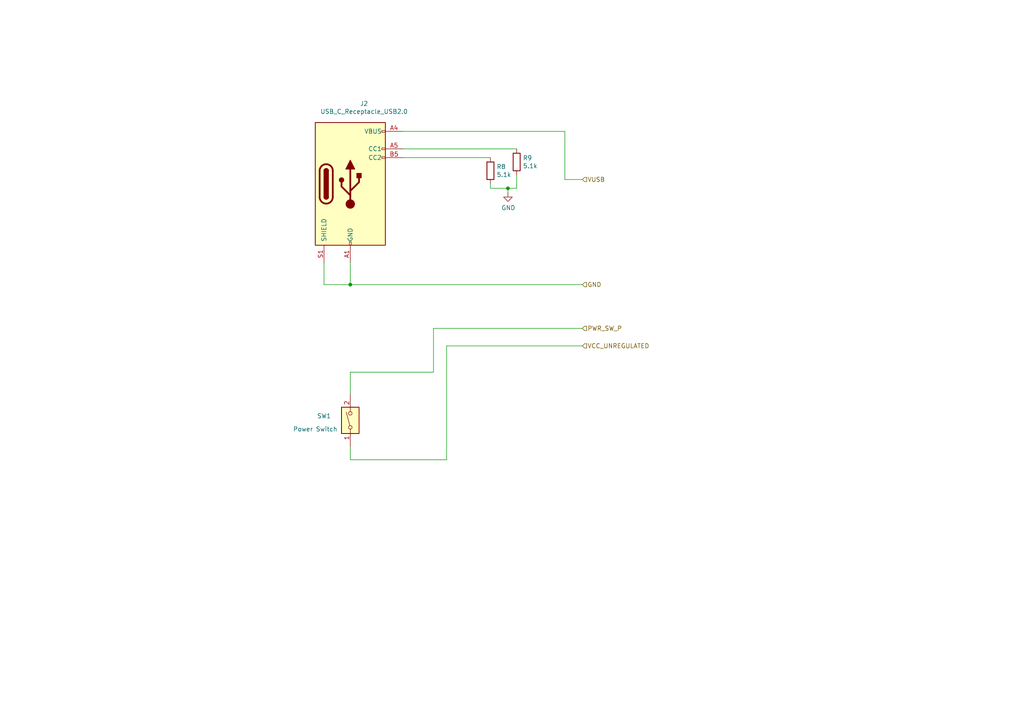
<source format=kicad_sch>
(kicad_sch (version 20211123) (generator eeschema)
  (paper "A4")
  (title_block (date "2022-03-18") (comment 1 "Engineer/Draftsman: Joesphan Lu"))
  (lib_symbols
    (symbol "1KicadLib:USB_C_PWR_ONLY" (pin_names (offset 1.016))
      (property "Reference" "U" (at 8.89 -26.67 0))
      (property "Value" "USB_C_PWR_ONLY" (at -3.81 19.05 0))
      (symbol "USB_C_PWR_ONLY_1_1"
        (rectangle (start -11.43 16.51) (end 8.89 -19.05) (stroke (width 0.254)) (fill (type background)))
        (arc (start -10.16 -5.08) (mid -8.255 -6.985) (end -6.35 -5.08) (stroke (width 0.508)))
        (arc (start -8.89 -5.08) (mid -8.255 -5.715) (end -7.62 -5.08) (stroke (width 0.254)))
        (arc (start -8.89 -5.08) (mid -8.255 -5.715) (end -7.62 -5.08) (stroke (width 0.254)) (fill (type outline)))
        (rectangle (start -8.89 -5.08) (end -7.62 2.54) (stroke (width 0.254)) (fill (type outline)))
        (arc (start -7.62 2.54) (mid -8.255 3.175) (end -8.89 2.54) (stroke (width 0.254)))
        (arc (start -7.62 2.54) (mid -8.255 3.175) (end -8.89 2.54) (stroke (width 0.254)) (fill (type outline)))
        (arc (start -6.35 2.54) (mid -8.255 4.445) (end -10.16 2.54) (stroke (width 0.508)))
        (circle (center -3.81 -0.127) (radius 0.635) (stroke (width 0.254)) (fill (type outline)))
        (rectangle (start -1.524 -19.05) (end -1.016 -18.034))
        (circle (center -1.27 -7.112) (radius 1.27) (fill (type outline)))
        (polyline (pts (xy -10.16 -5.08) (xy -10.16 2.54)) (stroke (width 0.508)))
        (polyline (pts (xy -6.35 2.54) (xy -6.35 -5.08)) (stroke (width 0.508)))
        (polyline (pts (xy -1.27 -7.112) (xy -1.27 3.048)) (stroke (width 0.508)))
        (polyline (pts (xy -1.27 -4.572) (xy -3.81 -2.032) (xy -3.81 -0.762)) (stroke (width 0.508)))
        (polyline (pts (xy -1.27 -3.302) (xy 1.27 -0.762) (xy 1.27 0.508)) (stroke (width 0.508)))
        (polyline (pts (xy -2.54 3.048) (xy -1.27 5.588) (xy 0 3.048) (xy -2.54 3.048)) (stroke (width 0.254)) (fill (type outline)))
        (rectangle (start 0.635 0.508) (end 1.905 1.778) (stroke (width 0.254)) (fill (type outline)))
        (rectangle (start 8.89 6.604) (end 7.874 6.096))
        (rectangle (start 8.89 9.144) (end 7.874 8.636))
        (rectangle (start 8.89 14.224) (end 7.874 13.716))
        (pin passive line (at -1.27 -24.13 90) (length 5.08) (name "GND") (number "A1"))
        (pin passive line (at -1.27 -24.13 90) (length 5.08) hide (name "GND") (number "A12"))
        (pin passive line (at 13.97 13.97 180) (length 5.08) (name "VBUS") (number "A4"))
        (pin bidirectional line (at 13.97 8.89 180) (length 5.08) (name "CC1") (number "A5"))
        (pin passive line (at 13.97 13.97 180) (length 5.08) hide (name "VBUS") (number "A9"))
        (pin passive line (at -1.27 -24.13 90) (length 5.08) hide (name "GND") (number "B1"))
        (pin passive line (at -1.27 -24.13 90) (length 5.08) hide (name "GND") (number "B12"))
        (pin passive line (at 13.97 13.97 180) (length 5.08) hide (name "VBUS") (number "B4"))
        (pin bidirectional line (at 13.97 6.35 180) (length 5.08) (name "CC2") (number "B5"))
        (pin passive line (at 13.97 13.97 180) (length 5.08) hide (name "VBUS") (number "B9"))
        (pin passive line (at -8.89 -24.13 90) (length 5.08) (name "SHIELD") (number "S1"))
      )
    )
    (symbol "Device:R" (pin_numbers hide) (pin_names (offset 0))
      (property "Reference" "R" (at 2.032 0 90))
      (property "Value" "R" (at 0 0 90))
      (symbol "R_0_1"
        (rectangle (start -1.016 -2.54) (end 1.016 2.54) (stroke (width 0.254)))
      )
      (symbol "R_1_1"
        (pin passive line (at 0 3.81 270) (length 1.27) (name "~") (number "1"))
        (pin passive line (at 0 -3.81 90) (length 1.27) (name "~") (number "2"))
      )
    )
    (symbol "Switch:SW_DIP_x01" (pin_names (offset 0) hide)
      (property "Reference" "SW" (at 0 3.81 0))
      (property "Value" "SW_DIP_x01" (at 0 -3.81 0))
      (symbol "SW_DIP_x01_0_0"
        (circle (center -2.032 0) (radius 0.508))
        (polyline (pts (xy -1.524 0.127) (xy 2.3622 1.1684)))
        (circle (center 2.032 0) (radius 0.508))
      )
      (symbol "SW_DIP_x01_0_1"
        (rectangle (start -3.81 2.54) (end 3.81 -2.54) (stroke (width 0.254)) (fill (type background)))
      )
      (symbol "SW_DIP_x01_1_1"
        (pin passive line (at -7.62 0 0) (length 5.08) (name "~") (number "1"))
        (pin passive line (at 7.62 0 180) (length 5.08) (name "~") (number "2"))
      )
    )
    (symbol "power:GND" (power) (pin_names (offset 0))
      (property "Value" "GND" (at 0 -3.81 0))
      (symbol "GND_0_1"
        (polyline (pts (xy 0 0) (xy 0 -1.27) (xy 1.27 -1.27) (xy 0 -2.54) (xy -1.27 -1.27) (xy 0 -1.27)))
      )
      (symbol "GND_1_1"
        (pin power_in line (at 0 0 270) (length 0) hide (name "GND") (number "1"))
      )
    )
  )
  (junction (at 147.32 54.61))
  (junction (at 101.6 82.55))
  (wire (pts (xy 101.6 114.3) (xy 101.6 107.95)))
  (wire (pts (xy 101.6 107.95) (xy 125.73 107.95)))
  (wire (pts (xy 147.32 54.61) (xy 147.32 55.88)))
  (wire (pts (xy 129.54 100.33) (xy 129.54 133.35)))
  (wire (pts (xy 101.6 82.55) (xy 93.98 82.55)))
  (wire (pts (xy 142.24 54.61) (xy 147.32 54.61)))
  (wire (pts (xy 168.91 52.07) (xy 163.83 52.07)))
  (wire (pts (xy 125.73 95.25) (xy 168.91 95.25)))
  (wire (pts (xy 163.83 52.07) (xy 163.83 38.1)))
  (wire (pts (xy 101.6 82.55) (xy 168.91 82.55)))
  (wire (pts (xy 125.73 107.95) (xy 125.73 95.25)))
  (wire (pts (xy 142.24 45.72) (xy 116.84 45.72)))
  (wire (pts (xy 149.86 54.61) (xy 149.86 50.8)))
  (wire (pts (xy 142.24 53.34) (xy 142.24 54.61)))
  (wire (pts (xy 163.83 38.1) (xy 116.84 38.1)))
  (wire (pts (xy 147.32 54.61) (xy 149.86 54.61)))
  (wire (pts (xy 101.6 133.35) (xy 101.6 129.54)))
  (wire (pts (xy 93.98 82.55) (xy 93.98 76.2)))
  (wire (pts (xy 129.54 133.35) (xy 101.6 133.35)))
  (wire (pts (xy 101.6 76.2) (xy 101.6 82.55)))
  (wire (pts (xy 116.84 43.18) (xy 149.86 43.18)))
  (wire (pts (xy 168.91 100.33) (xy 129.54 100.33)))
  (hierarchical_label "VCC_UNREGULATED" (shape input) (at 168.91 100.33 0))
  (hierarchical_label "PWR_SW_P" (shape input) (at 168.91 95.25 0))
  (hierarchical_label "VUSB" (shape input) (at 168.91 52.07 0))
  (hierarchical_label "GND" (shape input) (at 168.91 82.55 0))
  (symbol (lib_id "1KicadLib:USB_C_PWR_ONLY") (at 102.87 52.07 0) (unit 1)
    (property "Reference" "J2" (at 105.5878 30.0482 0))
    (property "Value" "USB_C_Receptacle_USB2.0" (at 105.5878 32.3596 0))
    (property "Footprint" "1KicadLib:USB4125-GF-A" (effects hide))
    (property "Datasheet" "https://www.usb.org/sites/default/files/documents/usb_type-c.zip" (effects hide))
  )
  (symbol (lib_id "Device:R") (at 142.24 49.53 0) (unit 1)
    (property "Reference" "R8" (at 144.018 48.3616 0) (effects (justify left)))
    (property "Value" "5.1k" (at 144.018 50.673 0) (effects (justify left)))
    (property "Footprint" "Resistor_SMD:R_0805_2012Metric_Pad1.20x1.40mm_HandSolder" (effects hide))
  )
  (symbol (lib_id "Device:R") (at 149.86 46.99 0) (unit 1)
    (property "Reference" "R9" (at 151.638 45.8216 0) (effects (justify left)))
    (property "Value" "5.1k" (at 151.638 48.133 0) (effects (justify left)))
    (property "Footprint" "Resistor_SMD:R_0805_2012Metric_Pad1.20x1.40mm_HandSolder" (effects hide))
  )
  (symbol (lib_id "power:GND") (at 147.32 55.88 0) (unit 1)
    (property "Reference" "#PWR0125" (effects hide))
    (property "Value" "GND" (at 147.447 60.2742 0))
  )
  (symbol (lib_id "Switch:SW_DIP_x01") (at 101.6 121.92 90) (unit 1)
    (property "Reference" "SW1" (at 93.98 120.65 90))
    (property "Value" "Power Switch" (at 91.44 124.46 90))
    (property "Footprint" "Connector_PinHeader_2.54mm:PinHeader_1x02_P2.54mm_Vertical" (effects hide))
  )
)
</source>
